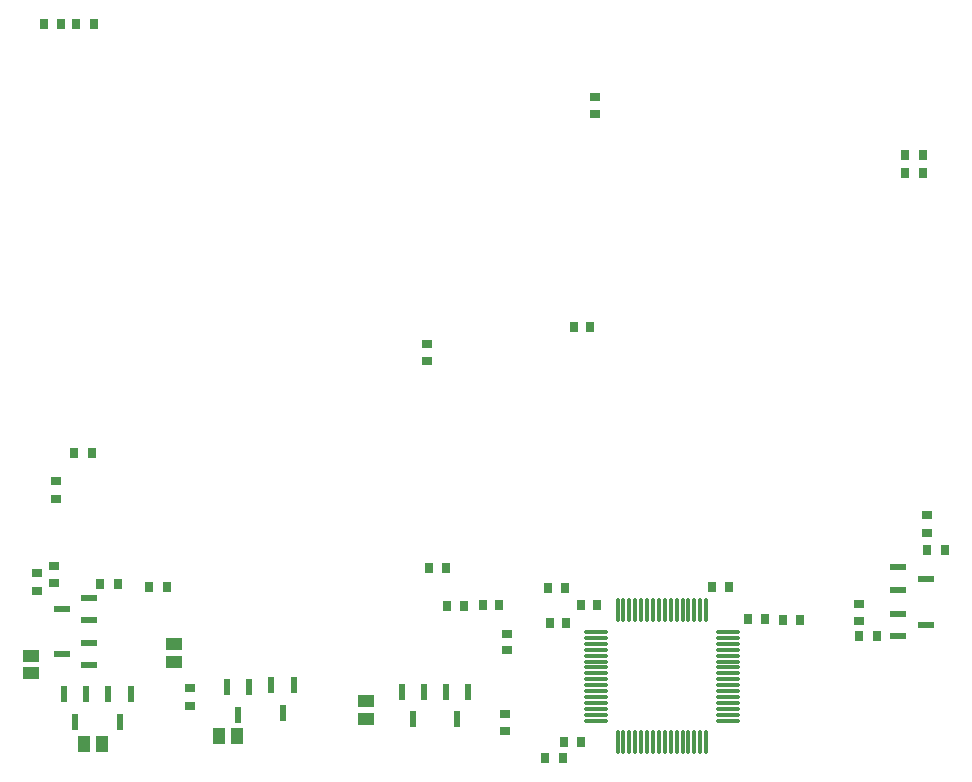
<source format=gbr>
%TF.GenerationSoftware,Altium Limited,Altium Designer,18.1.7 (191)*%
G04 Layer_Color=128*
%FSLAX43Y43*%
%MOMM*%
%TF.FileFunction,Paste,Bot*%
%TF.Part,Single*%
G01*
G75*
%TA.AperFunction,SMDPad,CuDef*%
%ADD15R,1.450X0.600*%
%ADD16R,0.900X0.700*%
%ADD19R,0.600X1.450*%
%ADD21R,1.100X1.400*%
%ADD23R,0.700X0.900*%
%ADD24R,0.900X0.800*%
%ADD25R,0.800X0.900*%
%ADD30R,1.400X1.100*%
%ADD59O,2.100X0.300*%
%ADD60O,0.300X2.100*%
D15*
X10950Y16400D02*
D03*
X13300Y15450D02*
D03*
Y17350D02*
D03*
Y21150D02*
D03*
Y19250D02*
D03*
X10950Y20200D02*
D03*
X84100Y22775D02*
D03*
X81750Y23725D02*
D03*
Y21825D02*
D03*
X84100Y18850D02*
D03*
X81750Y19800D02*
D03*
Y17900D02*
D03*
D16*
X21800Y13500D02*
D03*
Y12000D02*
D03*
X48500Y11325D02*
D03*
Y9825D02*
D03*
X10275Y23875D02*
D03*
Y22375D02*
D03*
X78475Y19150D02*
D03*
Y20650D02*
D03*
X8900Y21725D02*
D03*
Y23225D02*
D03*
X10475Y29550D02*
D03*
Y31050D02*
D03*
X84225Y28150D02*
D03*
Y26650D02*
D03*
D19*
X12100Y10625D02*
D03*
X13050Y12975D02*
D03*
X11150D02*
D03*
X15875Y10625D02*
D03*
X16825Y12975D02*
D03*
X14925D02*
D03*
X28725Y13725D02*
D03*
X30625D02*
D03*
X29675Y11375D02*
D03*
X43475Y13200D02*
D03*
X45375D02*
D03*
X44425Y10850D02*
D03*
X24950Y13600D02*
D03*
X26850D02*
D03*
X25900Y11250D02*
D03*
X39775Y13200D02*
D03*
X41675D02*
D03*
X40725Y10850D02*
D03*
D21*
X14375Y8725D02*
D03*
X12875D02*
D03*
X24275Y9448D02*
D03*
X25775D02*
D03*
D23*
X14200Y22350D02*
D03*
X15700D02*
D03*
X43525Y23650D02*
D03*
X42025D02*
D03*
X18350Y22100D02*
D03*
X19850D02*
D03*
X13700Y69700D02*
D03*
X12200D02*
D03*
X10925Y69725D02*
D03*
X9425D02*
D03*
X78475Y17925D02*
D03*
X79975D02*
D03*
X51900Y7575D02*
D03*
X53400D02*
D03*
X82375Y58600D02*
D03*
X83875D02*
D03*
X82375Y57125D02*
D03*
X83875D02*
D03*
X13525Y33375D02*
D03*
X12025D02*
D03*
X85725Y25200D02*
D03*
X84225D02*
D03*
D24*
X48650Y18100D02*
D03*
Y16700D02*
D03*
X56150Y63525D02*
D03*
Y62125D02*
D03*
X41875Y42625D02*
D03*
Y41225D02*
D03*
D25*
X66025Y22025D02*
D03*
X67425D02*
D03*
X43625Y20450D02*
D03*
X45025D02*
D03*
X55700Y44100D02*
D03*
X54300D02*
D03*
X69075Y19350D02*
D03*
X70475D02*
D03*
X73475Y19225D02*
D03*
X72075D02*
D03*
X46625Y20575D02*
D03*
X48025D02*
D03*
X52300Y19025D02*
D03*
X53700D02*
D03*
X54900Y8900D02*
D03*
X53500D02*
D03*
X53575Y21950D02*
D03*
X52175D02*
D03*
X56325Y20550D02*
D03*
X54925D02*
D03*
D30*
X8400Y14750D02*
D03*
Y16250D02*
D03*
X20500Y17225D02*
D03*
Y15725D02*
D03*
X36700Y12400D02*
D03*
Y10900D02*
D03*
D59*
X67375Y17750D02*
D03*
Y18250D02*
D03*
Y16750D02*
D03*
Y17250D02*
D03*
Y14750D02*
D03*
Y15250D02*
D03*
Y14250D02*
D03*
Y16250D02*
D03*
Y15750D02*
D03*
Y13250D02*
D03*
Y13750D02*
D03*
Y11250D02*
D03*
Y11750D02*
D03*
Y10750D02*
D03*
Y12750D02*
D03*
Y12250D02*
D03*
X56175Y18250D02*
D03*
Y17750D02*
D03*
Y15750D02*
D03*
Y16250D02*
D03*
Y15250D02*
D03*
Y17250D02*
D03*
Y16750D02*
D03*
Y13250D02*
D03*
Y13750D02*
D03*
Y12750D02*
D03*
Y14750D02*
D03*
Y14250D02*
D03*
Y12250D02*
D03*
Y11750D02*
D03*
Y11250D02*
D03*
Y10750D02*
D03*
D60*
X65525Y20100D02*
D03*
X65025D02*
D03*
X64025D02*
D03*
X63525D02*
D03*
X64525D02*
D03*
X62525D02*
D03*
X63025D02*
D03*
X62025D02*
D03*
X61525D02*
D03*
X61025D02*
D03*
X62525Y8900D02*
D03*
X62025D02*
D03*
X63025D02*
D03*
X61025D02*
D03*
X61525D02*
D03*
X65025D02*
D03*
X64525D02*
D03*
X65525D02*
D03*
X63525D02*
D03*
X64025D02*
D03*
X60025Y20100D02*
D03*
X59525D02*
D03*
X60525D02*
D03*
X58025D02*
D03*
X59025D02*
D03*
X58525D02*
D03*
X60025Y8900D02*
D03*
X60525D02*
D03*
X59025D02*
D03*
X58525D02*
D03*
X59525D02*
D03*
X58025D02*
D03*
%TF.MD5,20b2ced34ac2dd7277e501eb206834d5*%
M02*

</source>
